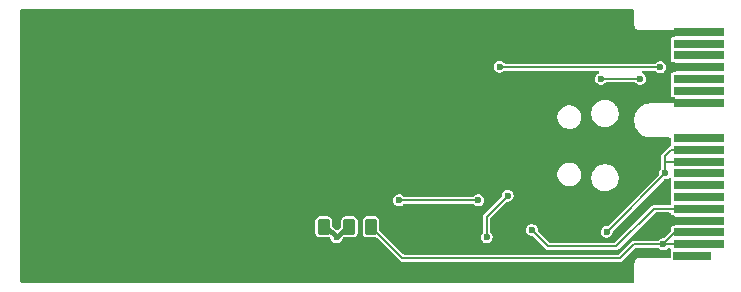
<source format=gbr>
%TF.GenerationSoftware,KiCad,Pcbnew,8.0.3*%
%TF.CreationDate,2024-06-27T21:13:00-04:00*%
%TF.ProjectId,pi-pico-mgmt-module,70692d70-6963-46f2-9d6d-676d742d6d6f,rev?*%
%TF.SameCoordinates,Original*%
%TF.FileFunction,Copper,L2,Bot*%
%TF.FilePolarity,Positive*%
%FSLAX46Y46*%
G04 Gerber Fmt 4.6, Leading zero omitted, Abs format (unit mm)*
G04 Created by KiCad (PCBNEW 8.0.3) date 2024-06-27 21:13:00*
%MOMM*%
%LPD*%
G01*
G04 APERTURE LIST*
G04 Aperture macros list*
%AMRoundRect*
0 Rectangle with rounded corners*
0 $1 Rounding radius*
0 $2 $3 $4 $5 $6 $7 $8 $9 X,Y pos of 4 corners*
0 Add a 4 corners polygon primitive as box body*
4,1,4,$2,$3,$4,$5,$6,$7,$8,$9,$2,$3,0*
0 Add four circle primitives for the rounded corners*
1,1,$1+$1,$2,$3*
1,1,$1+$1,$4,$5*
1,1,$1+$1,$6,$7*
1,1,$1+$1,$8,$9*
0 Add four rect primitives between the rounded corners*
20,1,$1+$1,$2,$3,$4,$5,0*
20,1,$1+$1,$4,$5,$6,$7,0*
20,1,$1+$1,$6,$7,$8,$9,0*
20,1,$1+$1,$8,$9,$2,$3,0*%
G04 Aperture macros list end*
%TA.AperFunction,ConnectorPad*%
%ADD10R,3.200000X0.700000*%
%TD*%
%TA.AperFunction,ConnectorPad*%
%ADD11R,4.300000X0.700000*%
%TD*%
%TA.AperFunction,SMDPad,CuDef*%
%ADD12RoundRect,0.250000X0.262500X0.450000X-0.262500X0.450000X-0.262500X-0.450000X0.262500X-0.450000X0*%
%TD*%
%TA.AperFunction,ViaPad*%
%ADD13C,0.600000*%
%TD*%
%TA.AperFunction,Conductor*%
%ADD14C,0.200000*%
%TD*%
%TA.AperFunction,Conductor*%
%ADD15C,0.400000*%
%TD*%
G04 APERTURE END LIST*
D10*
%TO.P,J1,A1,~{PRSNT1}*%
%TO.N,unconnected-(J1-~{PRSNT1}-PadA1)*%
X57400000Y-21390000D03*
D11*
%TO.P,J1,A2,+12V*%
%TO.N,VIN*%
X57950000Y-20390000D03*
%TO.P,J1,A3,+12V*%
X57950000Y-19390000D03*
%TO.P,J1,A4,GND*%
%TO.N,GND*%
X57950000Y-18390000D03*
%TO.P,J1,A5,JTAG2*%
%TO.N,OVERLOAD*%
X57950000Y-17390000D03*
%TO.P,J1,A6,JTAG3*%
%TO.N,unconnected-(J1-JTAG3-PadA6)*%
X57950000Y-16390000D03*
%TO.P,J1,A7,JTAG4*%
%TO.N,unconnected-(J1-JTAG4-PadA7)*%
X57950000Y-15390000D03*
%TO.P,J1,A8,JTAG5*%
%TO.N,unconnected-(J1-JTAG5-PadA8)*%
X57950000Y-14390000D03*
%TO.P,J1,A9,+3.3V*%
%TO.N,+5V*%
X57950000Y-13390000D03*
%TO.P,J1,A10,+3.3V*%
X57950000Y-12390000D03*
%TO.P,J1,A11,~{PERST}*%
%TO.N,unconnected-(J1-~{PERST}-PadA11)*%
X57950000Y-11390000D03*
%TO.P,J1,A12,GND*%
%TO.N,GND*%
X57950000Y-8390000D03*
%TO.P,J1,A13,REFCLK+*%
%TO.N,unconnected-(J1-REFCLK+-PadA13)*%
X57950000Y-7390000D03*
%TO.P,J1,A14,REFCLK-*%
%TO.N,unconnected-(J1-REFCLK--PadA14)*%
X57950000Y-6390000D03*
%TO.P,J1,A15,GND*%
%TO.N,GND*%
X57950000Y-5390000D03*
%TO.P,J1,A16,PERp0*%
%TO.N,unconnected-(J1-PERp0-PadA16)*%
X57950000Y-4390000D03*
%TO.P,J1,A17,PERn0*%
%TO.N,unconnected-(J1-PERn0-PadA17)*%
X57950000Y-3390000D03*
%TO.P,J1,A18,GND*%
%TO.N,GND*%
X57950000Y-2390000D03*
%TD*%
D12*
%TO.P,R1,1*%
%TO.N,VIN*%
X30212500Y-18900000D03*
%TO.P,R1,2*%
%TO.N,Net-(U1-GPIO26_ADC0)*%
X28387500Y-18900000D03*
%TD*%
%TO.P,R2,1*%
%TO.N,Net-(U1-GPIO26_ADC0)*%
X26212500Y-18900000D03*
%TO.P,R2,2*%
%TO.N,GND*%
X24387500Y-18900000D03*
%TD*%
D13*
%TO.N,I2C_RESET*%
X39300000Y-16670000D03*
X32590000Y-16670000D03*
%TO.N,+5V*%
X55110000Y-14390000D03*
X50160000Y-19340000D03*
%TO.N,SCL*%
X49690000Y-6390000D03*
X53000000Y-6390000D03*
%TO.N,VIN*%
X54960000Y-20390000D03*
%TO.N,GND*%
X10000000Y-17000000D03*
X51170000Y-4740000D03*
X40000000Y-8000000D03*
X10000000Y-7000000D03*
X55100000Y-18400000D03*
X40000000Y-16000000D03*
X55100000Y-15600000D03*
X52360000Y-7130000D03*
%TO.N,I2C_A2*%
X54700000Y-5400000D03*
X41100000Y-5350000D03*
%TO.N,VDD*%
X40000000Y-19780000D03*
X41780000Y-16270000D03*
%TO.N,OVERLOAD*%
X43830000Y-19180000D03*
%TO.N,Net-(U1-GPIO26_ADC0)*%
X27300000Y-19800000D03*
%TD*%
D14*
%TO.N,I2C_RESET*%
X32590000Y-16670000D02*
X39300000Y-16670000D01*
%TO.N,+5V*%
X55110000Y-12890000D02*
X55110000Y-14390000D01*
X55610000Y-12390000D02*
X55110000Y-12890000D01*
X50160000Y-19340000D02*
X55110000Y-14390000D01*
X55110000Y-13390000D02*
X55110000Y-14390000D01*
X57950000Y-13390000D02*
X55110000Y-13390000D01*
X57950000Y-12390000D02*
X55610000Y-12390000D01*
%TO.N,SCL*%
X53000000Y-6390000D02*
X49690000Y-6390000D01*
%TO.N,VIN*%
X32872500Y-21560000D02*
X30212500Y-18900000D01*
X54960000Y-20390000D02*
X55960000Y-19390000D01*
X54960000Y-20390000D02*
X52480000Y-20390000D01*
X55960000Y-19390000D02*
X57950000Y-19390000D01*
X52480000Y-20390000D02*
X51310000Y-21560000D01*
X57950000Y-20390000D02*
X54960000Y-20390000D01*
X51310000Y-21560000D02*
X32872500Y-21560000D01*
%TO.N,I2C_A2*%
X41100000Y-5350000D02*
X41150000Y-5400000D01*
X41150000Y-5400000D02*
X54700000Y-5400000D01*
%TO.N,VDD*%
X40000000Y-18050000D02*
X41780000Y-16270000D01*
X40000000Y-19780000D02*
X40000000Y-18050000D01*
%TO.N,OVERLOAD*%
X50980000Y-20570000D02*
X54160000Y-17390000D01*
X45220000Y-20570000D02*
X50980000Y-20570000D01*
X43830000Y-19180000D02*
X45220000Y-20570000D01*
X54160000Y-17390000D02*
X57950000Y-17390000D01*
D15*
%TO.N,Net-(U1-GPIO26_ADC0)*%
X28387500Y-18900000D02*
X28200000Y-18900000D01*
X26212500Y-18900000D02*
X26400000Y-18900000D01*
X26400000Y-18900000D02*
X27300000Y-19800000D01*
X28200000Y-18900000D02*
X27300000Y-19800000D01*
%TD*%
%TA.AperFunction,Conductor*%
%TO.N,GND*%
G36*
X52442539Y-520185D02*
G01*
X52488294Y-572989D01*
X52499500Y-624500D01*
X52499500Y-1805891D01*
X52533608Y-1933187D01*
X52566554Y-1990250D01*
X52599500Y-2047314D01*
X52692686Y-2140500D01*
X52806814Y-2206392D01*
X52934108Y-2240500D01*
X52934110Y-2240500D01*
X55876000Y-2240500D01*
X55943039Y-2260185D01*
X55988794Y-2312989D01*
X56000000Y-2364500D01*
X56000000Y-2715500D01*
X55980315Y-2782539D01*
X55927511Y-2828294D01*
X55876000Y-2839500D01*
X55780247Y-2839500D01*
X55721770Y-2851131D01*
X55721769Y-2851132D01*
X55655447Y-2895447D01*
X55611132Y-2961769D01*
X55611131Y-2961770D01*
X55599500Y-3020247D01*
X55599500Y-3759752D01*
X55611131Y-3818229D01*
X55611132Y-3818231D01*
X55613058Y-3821113D01*
X55615322Y-3828344D01*
X55615806Y-3829513D01*
X55615701Y-3829556D01*
X55633933Y-3887791D01*
X55615446Y-3955171D01*
X55613058Y-3958887D01*
X55611132Y-3961768D01*
X55611131Y-3961770D01*
X55599500Y-4020247D01*
X55599500Y-4759752D01*
X55611131Y-4818229D01*
X55611132Y-4818230D01*
X55655447Y-4884552D01*
X55721769Y-4928867D01*
X55721770Y-4928868D01*
X55780247Y-4940499D01*
X55780250Y-4940500D01*
X55876000Y-4940500D01*
X55943039Y-4960185D01*
X55988794Y-5012989D01*
X56000000Y-5064500D01*
X56000000Y-5715500D01*
X55980315Y-5782539D01*
X55927511Y-5828294D01*
X55876000Y-5839500D01*
X55780247Y-5839500D01*
X55721770Y-5851131D01*
X55721769Y-5851132D01*
X55655447Y-5895447D01*
X55611132Y-5961769D01*
X55611131Y-5961770D01*
X55599500Y-6020247D01*
X55599500Y-6759752D01*
X55611131Y-6818229D01*
X55611132Y-6818231D01*
X55613058Y-6821113D01*
X55615322Y-6828344D01*
X55615806Y-6829513D01*
X55615701Y-6829556D01*
X55633933Y-6887791D01*
X55615446Y-6955171D01*
X55613058Y-6958887D01*
X55611132Y-6961768D01*
X55611131Y-6961770D01*
X55599500Y-7020247D01*
X55599500Y-7759752D01*
X55611131Y-7818229D01*
X55611132Y-7818230D01*
X55655447Y-7884552D01*
X55721769Y-7928867D01*
X55721770Y-7928868D01*
X55780247Y-7940499D01*
X55780250Y-7940500D01*
X55876000Y-7940500D01*
X55943039Y-7960185D01*
X55988794Y-8012989D01*
X56000000Y-8064500D01*
X56000000Y-8315500D01*
X55980315Y-8382539D01*
X55927511Y-8428294D01*
X55876000Y-8439500D01*
X53835838Y-8439500D01*
X53610339Y-8475215D01*
X53393196Y-8545770D01*
X53189771Y-8649421D01*
X53005061Y-8783622D01*
X52843622Y-8945061D01*
X52709421Y-9129771D01*
X52605770Y-9333196D01*
X52535215Y-9550339D01*
X52499500Y-9775837D01*
X52499500Y-10004162D01*
X52535215Y-10229660D01*
X52605770Y-10446803D01*
X52672136Y-10577052D01*
X52709421Y-10650228D01*
X52843621Y-10834937D01*
X53005063Y-10996379D01*
X53189772Y-11130579D01*
X53285884Y-11179550D01*
X53393196Y-11234229D01*
X53393198Y-11234229D01*
X53393201Y-11234231D01*
X53509592Y-11272049D01*
X53610339Y-11304784D01*
X53835838Y-11340500D01*
X53835843Y-11340500D01*
X53884108Y-11340500D01*
X55475500Y-11340500D01*
X55542539Y-11360185D01*
X55588294Y-11412989D01*
X55599500Y-11464500D01*
X55599500Y-11759752D01*
X55611131Y-11818229D01*
X55611132Y-11818231D01*
X55613058Y-11821113D01*
X55615322Y-11828344D01*
X55615806Y-11829513D01*
X55615701Y-11829556D01*
X55633933Y-11887791D01*
X55615446Y-11955171D01*
X55613058Y-11958887D01*
X55611132Y-11961768D01*
X55611132Y-11961769D01*
X55601628Y-12009548D01*
X55569242Y-12071458D01*
X55512107Y-12105129D01*
X55494012Y-12109977D01*
X55425489Y-12149540D01*
X55425486Y-12149542D01*
X54869541Y-12705487D01*
X54869535Y-12705495D01*
X54829982Y-12774004D01*
X54829979Y-12774009D01*
X54809500Y-12850439D01*
X54809500Y-13926260D01*
X54789815Y-13993299D01*
X54779213Y-14007462D01*
X54684625Y-14116622D01*
X54684622Y-14116628D01*
X54624834Y-14247543D01*
X54604353Y-14390000D01*
X54604353Y-14390001D01*
X54605661Y-14399103D01*
X54595713Y-14468261D01*
X54570603Y-14504424D01*
X50271847Y-18803181D01*
X50210524Y-18836666D01*
X50184166Y-18839500D01*
X50088036Y-18839500D01*
X49949949Y-18880045D01*
X49828873Y-18957856D01*
X49734623Y-19066626D01*
X49734622Y-19066628D01*
X49674834Y-19197543D01*
X49654353Y-19340000D01*
X49674834Y-19482456D01*
X49711227Y-19562143D01*
X49734623Y-19613373D01*
X49828872Y-19722143D01*
X49949947Y-19799953D01*
X49949950Y-19799954D01*
X49949949Y-19799954D01*
X50088036Y-19840499D01*
X50088038Y-19840500D01*
X50088039Y-19840500D01*
X50231962Y-19840500D01*
X50231962Y-19840499D01*
X50370053Y-19799953D01*
X50491128Y-19722143D01*
X50585377Y-19613373D01*
X50645165Y-19482457D01*
X50665647Y-19340000D01*
X50664339Y-19330905D01*
X50674279Y-19261749D01*
X50699392Y-19225577D01*
X54998151Y-14926819D01*
X55059474Y-14893334D01*
X55085832Y-14890500D01*
X55181962Y-14890500D01*
X55181962Y-14890499D01*
X55320050Y-14849954D01*
X55320051Y-14849954D01*
X55320053Y-14849953D01*
X55436048Y-14775407D01*
X55503087Y-14755723D01*
X55570126Y-14775407D01*
X55606193Y-14810838D01*
X55613059Y-14821115D01*
X55633933Y-14887794D01*
X55615445Y-14955173D01*
X55613058Y-14958887D01*
X55611132Y-14961768D01*
X55611131Y-14961770D01*
X55599500Y-15020247D01*
X55599500Y-15759752D01*
X55611131Y-15818229D01*
X55611132Y-15818231D01*
X55613058Y-15821113D01*
X55615322Y-15828344D01*
X55615806Y-15829513D01*
X55615701Y-15829556D01*
X55633933Y-15887791D01*
X55615446Y-15955171D01*
X55613058Y-15958887D01*
X55611132Y-15961768D01*
X55611131Y-15961770D01*
X55599500Y-16020247D01*
X55599500Y-16759752D01*
X55611131Y-16818229D01*
X55611132Y-16818231D01*
X55613058Y-16821113D01*
X55615322Y-16828344D01*
X55615806Y-16829513D01*
X55615701Y-16829556D01*
X55633933Y-16887791D01*
X55615446Y-16955171D01*
X55613058Y-16958887D01*
X55611132Y-16961768D01*
X55611132Y-16961770D01*
X55605578Y-16989692D01*
X55573193Y-17051603D01*
X55512477Y-17086177D01*
X55483961Y-17089500D01*
X54120438Y-17089500D01*
X54073663Y-17102033D01*
X54044006Y-17109980D01*
X54044005Y-17109981D01*
X54009416Y-17129952D01*
X54009415Y-17129953D01*
X53999335Y-17135772D01*
X53975489Y-17149539D01*
X53975487Y-17149541D01*
X50891848Y-20233181D01*
X50830525Y-20266666D01*
X50804167Y-20269500D01*
X45395833Y-20269500D01*
X45328794Y-20249815D01*
X45308152Y-20233181D01*
X44369395Y-19294424D01*
X44335910Y-19233101D01*
X44334339Y-19189094D01*
X44335647Y-19180000D01*
X44315165Y-19037543D01*
X44255377Y-18906627D01*
X44161128Y-18797857D01*
X44040053Y-18720047D01*
X44040051Y-18720046D01*
X44040049Y-18720045D01*
X44040050Y-18720045D01*
X43901963Y-18679500D01*
X43901961Y-18679500D01*
X43758039Y-18679500D01*
X43758036Y-18679500D01*
X43619949Y-18720045D01*
X43498873Y-18797856D01*
X43404623Y-18906626D01*
X43404622Y-18906628D01*
X43344834Y-19037543D01*
X43324353Y-19180000D01*
X43344834Y-19322456D01*
X43396095Y-19434699D01*
X43404623Y-19453373D01*
X43498872Y-19562143D01*
X43619947Y-19639953D01*
X43619950Y-19639954D01*
X43619949Y-19639954D01*
X43727107Y-19671417D01*
X43755280Y-19679690D01*
X43758036Y-19680499D01*
X43758038Y-19680500D01*
X43854167Y-19680500D01*
X43921206Y-19700185D01*
X43941848Y-19716819D01*
X44979540Y-20754511D01*
X45035489Y-20810460D01*
X45035491Y-20810461D01*
X45035495Y-20810464D01*
X45068564Y-20829556D01*
X45104011Y-20850021D01*
X45180438Y-20870500D01*
X45180440Y-20870500D01*
X51019560Y-20870500D01*
X51019562Y-20870500D01*
X51095989Y-20850021D01*
X51164511Y-20810460D01*
X51220460Y-20754511D01*
X54248152Y-17726819D01*
X54309475Y-17693334D01*
X54335833Y-17690500D01*
X55483961Y-17690500D01*
X55551000Y-17710185D01*
X55596755Y-17762989D01*
X55605578Y-17790308D01*
X55611132Y-17818229D01*
X55611132Y-17818230D01*
X55655447Y-17884552D01*
X55721769Y-17928867D01*
X55721770Y-17928868D01*
X55780247Y-17940499D01*
X55780250Y-17940500D01*
X55876000Y-17940500D01*
X55943039Y-17960185D01*
X55988794Y-18012989D01*
X56000000Y-18064500D01*
X56000000Y-18715500D01*
X55980315Y-18782539D01*
X55927511Y-18828294D01*
X55876000Y-18839500D01*
X55780247Y-18839500D01*
X55721770Y-18851131D01*
X55721769Y-18851132D01*
X55655447Y-18895447D01*
X55611132Y-18961769D01*
X55611131Y-18961770D01*
X55599500Y-19020247D01*
X55599500Y-19274166D01*
X55579815Y-19341205D01*
X55563181Y-19361847D01*
X55071847Y-19853181D01*
X55010524Y-19886666D01*
X54984166Y-19889500D01*
X54888036Y-19889500D01*
X54749949Y-19930045D01*
X54628873Y-20007856D01*
X54595212Y-20046703D01*
X54536433Y-20084477D01*
X54501499Y-20089500D01*
X52440438Y-20089500D01*
X52389486Y-20103152D01*
X52364010Y-20109979D01*
X52345823Y-20120480D01*
X52345822Y-20120480D01*
X52295492Y-20149537D01*
X52295487Y-20149541D01*
X51221848Y-21223181D01*
X51160525Y-21256666D01*
X51134167Y-21259500D01*
X33048333Y-21259500D01*
X32981294Y-21239815D01*
X32960652Y-21223181D01*
X31517471Y-19780000D01*
X39494353Y-19780000D01*
X39514834Y-19922456D01*
X39532788Y-19961769D01*
X39574623Y-20053373D01*
X39668872Y-20162143D01*
X39789947Y-20239953D01*
X39789950Y-20239954D01*
X39789949Y-20239954D01*
X39928036Y-20280499D01*
X39928038Y-20280500D01*
X39928039Y-20280500D01*
X40071962Y-20280500D01*
X40071962Y-20280499D01*
X40210053Y-20239953D01*
X40331128Y-20162143D01*
X40425377Y-20053373D01*
X40485165Y-19922457D01*
X40505647Y-19780000D01*
X40485165Y-19637543D01*
X40425377Y-19506627D01*
X40425375Y-19506625D01*
X40425374Y-19506622D01*
X40330787Y-19397462D01*
X40301762Y-19333906D01*
X40300500Y-19316260D01*
X40300500Y-18225832D01*
X40320185Y-18158793D01*
X40336814Y-18138156D01*
X41668151Y-16806818D01*
X41729474Y-16773334D01*
X41755832Y-16770500D01*
X41851962Y-16770500D01*
X41851962Y-16770499D01*
X41990053Y-16729953D01*
X42111128Y-16652143D01*
X42205377Y-16543373D01*
X42265165Y-16412457D01*
X42285647Y-16270000D01*
X42265165Y-16127543D01*
X42205377Y-15996627D01*
X42111128Y-15887857D01*
X41990053Y-15810047D01*
X41990051Y-15810046D01*
X41990049Y-15810045D01*
X41990050Y-15810045D01*
X41851963Y-15769500D01*
X41851961Y-15769500D01*
X41708039Y-15769500D01*
X41708036Y-15769500D01*
X41569949Y-15810045D01*
X41448873Y-15887856D01*
X41354623Y-15996626D01*
X41354622Y-15996628D01*
X41294834Y-16127543D01*
X41274353Y-16270000D01*
X41274353Y-16270001D01*
X41275661Y-16279103D01*
X41265713Y-16348261D01*
X41240603Y-16384424D01*
X39815489Y-17809540D01*
X39759541Y-17865487D01*
X39759535Y-17865495D01*
X39719982Y-17934004D01*
X39719979Y-17934009D01*
X39706326Y-17984962D01*
X39701667Y-18002353D01*
X39699500Y-18010439D01*
X39699500Y-19316260D01*
X39679815Y-19383299D01*
X39669213Y-19397462D01*
X39574625Y-19506622D01*
X39574622Y-19506628D01*
X39514834Y-19637543D01*
X39494353Y-19780000D01*
X31517471Y-19780000D01*
X30961819Y-19224348D01*
X30928334Y-19163025D01*
X30925500Y-19136667D01*
X30925500Y-18395730D01*
X30922646Y-18365300D01*
X30922646Y-18365298D01*
X30877793Y-18237119D01*
X30877792Y-18237117D01*
X30797150Y-18127850D01*
X30687882Y-18047207D01*
X30687880Y-18047206D01*
X30559700Y-18002353D01*
X30529270Y-17999500D01*
X30529266Y-17999500D01*
X29895734Y-17999500D01*
X29895730Y-17999500D01*
X29865300Y-18002353D01*
X29865298Y-18002353D01*
X29737119Y-18047206D01*
X29737117Y-18047207D01*
X29627850Y-18127850D01*
X29547207Y-18237117D01*
X29547206Y-18237119D01*
X29502353Y-18365298D01*
X29502353Y-18365300D01*
X29499500Y-18395730D01*
X29499500Y-19404269D01*
X29502353Y-19434699D01*
X29502353Y-19434701D01*
X29546948Y-19562143D01*
X29547207Y-19562882D01*
X29627850Y-19672150D01*
X29737118Y-19752793D01*
X29772350Y-19765121D01*
X29865299Y-19797646D01*
X29895730Y-19800500D01*
X29895734Y-19800500D01*
X30529270Y-19800500D01*
X30553612Y-19798216D01*
X30559699Y-19797646D01*
X30579107Y-19790855D01*
X30648886Y-19787292D01*
X30707744Y-19820215D01*
X32632040Y-21744511D01*
X32687989Y-21800460D01*
X32687991Y-21800461D01*
X32687995Y-21800464D01*
X32756504Y-21840017D01*
X32756511Y-21840021D01*
X32832938Y-21860500D01*
X32832940Y-21860500D01*
X51349560Y-21860500D01*
X51349562Y-21860500D01*
X51425989Y-21840021D01*
X51494511Y-21800460D01*
X51550460Y-21744511D01*
X52568152Y-20726819D01*
X52629475Y-20693334D01*
X52655833Y-20690500D01*
X54501499Y-20690500D01*
X54568538Y-20710185D01*
X54595211Y-20733296D01*
X54628872Y-20772143D01*
X54749947Y-20849953D01*
X54749950Y-20849954D01*
X54749949Y-20849954D01*
X54819924Y-20870500D01*
X54886336Y-20890000D01*
X54888036Y-20890499D01*
X54888038Y-20890500D01*
X54888039Y-20890500D01*
X55031962Y-20890500D01*
X55031962Y-20890499D01*
X55139121Y-20859035D01*
X55170050Y-20849954D01*
X55170050Y-20849953D01*
X55170053Y-20849953D01*
X55291128Y-20772143D01*
X55324788Y-20733296D01*
X55383567Y-20695523D01*
X55418501Y-20690500D01*
X55483961Y-20690500D01*
X55551000Y-20710185D01*
X55596755Y-20762989D01*
X55605578Y-20790308D01*
X55611132Y-20818229D01*
X55611132Y-20818231D01*
X55613058Y-20821113D01*
X55615322Y-20828344D01*
X55615806Y-20829513D01*
X55615701Y-20829556D01*
X55633933Y-20887791D01*
X55615446Y-20955171D01*
X55613058Y-20958887D01*
X55611132Y-20961768D01*
X55611131Y-20961770D01*
X55599500Y-21020247D01*
X55599500Y-21415500D01*
X55579815Y-21482539D01*
X55527011Y-21528294D01*
X55475500Y-21539500D01*
X52934108Y-21539500D01*
X52806812Y-21573608D01*
X52692686Y-21639500D01*
X52692683Y-21639502D01*
X52599502Y-21732683D01*
X52599500Y-21732686D01*
X52533608Y-21846812D01*
X52499500Y-21974108D01*
X52499500Y-23515500D01*
X52479815Y-23582539D01*
X52427011Y-23628294D01*
X52375500Y-23639500D01*
X624500Y-23639500D01*
X557461Y-23619815D01*
X511706Y-23567011D01*
X500500Y-23515500D01*
X500500Y-18395730D01*
X25499500Y-18395730D01*
X25499500Y-19404269D01*
X25502353Y-19434699D01*
X25502353Y-19434701D01*
X25546948Y-19562143D01*
X25547207Y-19562882D01*
X25627850Y-19672150D01*
X25737118Y-19752793D01*
X25772350Y-19765121D01*
X25865299Y-19797646D01*
X25895730Y-19800500D01*
X25895734Y-19800500D01*
X26529270Y-19800500D01*
X26559699Y-19797646D01*
X26559701Y-19797646D01*
X26613242Y-19778911D01*
X26683021Y-19775348D01*
X26741878Y-19808271D01*
X26775369Y-19841762D01*
X26808854Y-19903085D01*
X26810426Y-19911795D01*
X26814834Y-19942453D01*
X26814835Y-19942458D01*
X26850363Y-20020252D01*
X26874623Y-20073373D01*
X26968872Y-20182143D01*
X27089947Y-20259953D01*
X27089950Y-20259954D01*
X27089949Y-20259954D01*
X27228036Y-20300499D01*
X27228038Y-20300500D01*
X27228039Y-20300500D01*
X27371962Y-20300500D01*
X27371962Y-20300499D01*
X27510053Y-20259953D01*
X27631128Y-20182143D01*
X27725377Y-20073373D01*
X27785165Y-19942457D01*
X27789573Y-19911797D01*
X27818597Y-19848241D01*
X27824616Y-19841775D01*
X27858122Y-19808269D01*
X27919443Y-19774786D01*
X27986755Y-19778910D01*
X28010711Y-19787292D01*
X28040301Y-19797646D01*
X28040300Y-19797646D01*
X28070730Y-19800500D01*
X28070734Y-19800500D01*
X28704270Y-19800500D01*
X28734699Y-19797646D01*
X28734701Y-19797646D01*
X28827650Y-19765121D01*
X28862882Y-19752793D01*
X28972150Y-19672150D01*
X29052793Y-19562882D01*
X29091112Y-19453373D01*
X29097646Y-19434701D01*
X29097646Y-19434699D01*
X29100500Y-19404269D01*
X29100500Y-18395730D01*
X29097646Y-18365300D01*
X29097646Y-18365298D01*
X29052793Y-18237119D01*
X29052792Y-18237117D01*
X28972150Y-18127850D01*
X28862882Y-18047207D01*
X28862880Y-18047206D01*
X28734700Y-18002353D01*
X28704270Y-17999500D01*
X28704266Y-17999500D01*
X28070734Y-17999500D01*
X28070730Y-17999500D01*
X28040300Y-18002353D01*
X28040298Y-18002353D01*
X27912119Y-18047206D01*
X27912117Y-18047207D01*
X27802850Y-18127850D01*
X27722207Y-18237117D01*
X27722206Y-18237119D01*
X27677353Y-18365298D01*
X27677353Y-18365300D01*
X27674500Y-18395730D01*
X27674500Y-18807745D01*
X27654815Y-18874784D01*
X27638181Y-18895426D01*
X27387681Y-19145926D01*
X27326358Y-19179411D01*
X27256666Y-19174427D01*
X27212319Y-19145926D01*
X26961819Y-18895426D01*
X26928334Y-18834103D01*
X26925500Y-18807745D01*
X26925500Y-18395730D01*
X26922646Y-18365300D01*
X26922646Y-18365298D01*
X26877793Y-18237119D01*
X26877792Y-18237117D01*
X26797150Y-18127850D01*
X26687882Y-18047207D01*
X26687880Y-18047206D01*
X26559700Y-18002353D01*
X26529270Y-17999500D01*
X26529266Y-17999500D01*
X25895734Y-17999500D01*
X25895730Y-17999500D01*
X25865300Y-18002353D01*
X25865298Y-18002353D01*
X25737119Y-18047206D01*
X25737117Y-18047207D01*
X25627850Y-18127850D01*
X25547207Y-18237117D01*
X25547206Y-18237119D01*
X25502353Y-18365298D01*
X25502353Y-18365300D01*
X25499500Y-18395730D01*
X500500Y-18395730D01*
X500500Y-16670000D01*
X32084353Y-16670000D01*
X32104834Y-16812456D01*
X32137760Y-16884552D01*
X32164623Y-16943373D01*
X32258872Y-17052143D01*
X32379947Y-17129953D01*
X32379949Y-17129954D01*
X32518036Y-17170499D01*
X32518038Y-17170500D01*
X32518039Y-17170500D01*
X32661962Y-17170500D01*
X32661962Y-17170499D01*
X32800053Y-17129953D01*
X32921128Y-17052143D01*
X32954788Y-17013296D01*
X33013567Y-16975523D01*
X33048501Y-16970500D01*
X38841499Y-16970500D01*
X38908538Y-16990185D01*
X38935211Y-17013296D01*
X38968872Y-17052143D01*
X39089947Y-17129953D01*
X39089949Y-17129954D01*
X39228036Y-17170499D01*
X39228038Y-17170500D01*
X39228039Y-17170500D01*
X39371962Y-17170500D01*
X39371962Y-17170499D01*
X39510053Y-17129953D01*
X39631128Y-17052143D01*
X39725377Y-16943373D01*
X39785165Y-16812457D01*
X39805647Y-16670000D01*
X39785165Y-16527543D01*
X39725377Y-16396627D01*
X39631128Y-16287857D01*
X39510053Y-16210047D01*
X39510051Y-16210046D01*
X39510049Y-16210045D01*
X39510050Y-16210045D01*
X39371963Y-16169500D01*
X39371961Y-16169500D01*
X39228039Y-16169500D01*
X39228036Y-16169500D01*
X39089949Y-16210045D01*
X38968873Y-16287856D01*
X38935212Y-16326703D01*
X38876433Y-16364477D01*
X38841499Y-16369500D01*
X33048501Y-16369500D01*
X32981462Y-16349815D01*
X32954788Y-16326703D01*
X32921128Y-16287857D01*
X32800053Y-16210047D01*
X32800051Y-16210046D01*
X32800049Y-16210045D01*
X32800050Y-16210045D01*
X32661963Y-16169500D01*
X32661961Y-16169500D01*
X32518039Y-16169500D01*
X32518036Y-16169500D01*
X32379949Y-16210045D01*
X32258873Y-16287856D01*
X32164623Y-16396626D01*
X32164622Y-16396628D01*
X32104834Y-16527543D01*
X32084353Y-16670000D01*
X500500Y-16670000D01*
X500500Y-14563543D01*
X45999499Y-14563543D01*
X46037947Y-14756829D01*
X46037950Y-14756839D01*
X46113364Y-14938907D01*
X46113371Y-14938920D01*
X46222860Y-15102781D01*
X46222863Y-15102785D01*
X46362214Y-15242136D01*
X46362218Y-15242139D01*
X46526079Y-15351628D01*
X46526092Y-15351635D01*
X46708160Y-15427049D01*
X46708165Y-15427051D01*
X46708169Y-15427051D01*
X46708170Y-15427052D01*
X46901456Y-15465500D01*
X46901459Y-15465500D01*
X47098543Y-15465500D01*
X47228582Y-15439632D01*
X47291835Y-15427051D01*
X47473914Y-15351632D01*
X47637782Y-15242139D01*
X47777139Y-15102782D01*
X47886632Y-14938914D01*
X47962051Y-14756835D01*
X47978439Y-14674448D01*
X48879500Y-14674448D01*
X48879500Y-14855551D01*
X48907829Y-15034410D01*
X48963787Y-15206636D01*
X48963788Y-15206639D01*
X49046006Y-15367997D01*
X49152441Y-15514494D01*
X49152445Y-15514499D01*
X49280500Y-15642554D01*
X49280505Y-15642558D01*
X49408287Y-15735396D01*
X49427006Y-15748996D01*
X49532484Y-15802740D01*
X49588360Y-15831211D01*
X49588363Y-15831212D01*
X49674476Y-15859191D01*
X49760591Y-15887171D01*
X49843429Y-15900291D01*
X49939449Y-15915500D01*
X49939454Y-15915500D01*
X50120551Y-15915500D01*
X50207259Y-15901765D01*
X50299409Y-15887171D01*
X50471639Y-15831211D01*
X50632994Y-15748996D01*
X50779501Y-15642553D01*
X50907553Y-15514501D01*
X51013996Y-15367994D01*
X51096211Y-15206639D01*
X51152171Y-15034409D01*
X51169212Y-14926819D01*
X51180500Y-14855551D01*
X51180500Y-14674448D01*
X51158010Y-14532457D01*
X51152171Y-14495591D01*
X51096211Y-14323361D01*
X51096211Y-14323360D01*
X51067740Y-14267484D01*
X51013996Y-14162006D01*
X50981027Y-14116628D01*
X50907558Y-14015505D01*
X50907554Y-14015500D01*
X50779499Y-13887445D01*
X50779494Y-13887441D01*
X50632997Y-13781006D01*
X50632996Y-13781005D01*
X50632994Y-13781004D01*
X50581300Y-13754664D01*
X50471639Y-13698788D01*
X50471636Y-13698787D01*
X50299410Y-13642829D01*
X50120551Y-13614500D01*
X50120546Y-13614500D01*
X49939454Y-13614500D01*
X49939449Y-13614500D01*
X49760589Y-13642829D01*
X49588363Y-13698787D01*
X49588360Y-13698788D01*
X49427002Y-13781006D01*
X49280505Y-13887441D01*
X49280500Y-13887445D01*
X49152445Y-14015500D01*
X49152441Y-14015505D01*
X49046006Y-14162002D01*
X48963788Y-14323360D01*
X48963787Y-14323363D01*
X48907829Y-14495589D01*
X48879500Y-14674448D01*
X47978439Y-14674448D01*
X48000500Y-14563541D01*
X48000500Y-14366459D01*
X48000500Y-14366456D01*
X47962052Y-14173170D01*
X47962051Y-14173169D01*
X47962051Y-14173165D01*
X47938633Y-14116628D01*
X47886635Y-13991092D01*
X47886628Y-13991079D01*
X47777139Y-13827218D01*
X47777136Y-13827214D01*
X47637785Y-13687863D01*
X47637781Y-13687860D01*
X47473920Y-13578371D01*
X47473907Y-13578364D01*
X47291839Y-13502950D01*
X47291829Y-13502947D01*
X47098543Y-13464500D01*
X47098541Y-13464500D01*
X46901459Y-13464500D01*
X46901457Y-13464500D01*
X46708170Y-13502947D01*
X46708160Y-13502950D01*
X46526092Y-13578364D01*
X46526079Y-13578371D01*
X46362218Y-13687860D01*
X46362214Y-13687863D01*
X46222863Y-13827214D01*
X46222860Y-13827218D01*
X46113371Y-13991079D01*
X46113364Y-13991092D01*
X46037950Y-14173160D01*
X46037947Y-14173170D01*
X45999500Y-14366456D01*
X45999500Y-14366459D01*
X45999500Y-14563541D01*
X45999500Y-14563543D01*
X45999499Y-14563543D01*
X500500Y-14563543D01*
X500500Y-9713543D01*
X45999499Y-9713543D01*
X46037947Y-9906829D01*
X46037950Y-9906839D01*
X46113364Y-10088907D01*
X46113371Y-10088920D01*
X46222860Y-10252781D01*
X46222863Y-10252785D01*
X46362214Y-10392136D01*
X46362218Y-10392139D01*
X46526079Y-10501628D01*
X46526092Y-10501635D01*
X46708160Y-10577049D01*
X46708165Y-10577051D01*
X46708169Y-10577051D01*
X46708170Y-10577052D01*
X46901456Y-10615500D01*
X46901459Y-10615500D01*
X47098543Y-10615500D01*
X47228582Y-10589632D01*
X47291835Y-10577051D01*
X47473914Y-10501632D01*
X47637782Y-10392139D01*
X47777139Y-10252782D01*
X47886632Y-10088914D01*
X47962051Y-9906835D01*
X47988107Y-9775843D01*
X48000500Y-9713543D01*
X48000500Y-9516456D01*
X47962052Y-9323170D01*
X47962051Y-9323169D01*
X47962051Y-9323165D01*
X47921164Y-9224454D01*
X47921162Y-9224448D01*
X48879500Y-9224448D01*
X48879500Y-9405551D01*
X48907829Y-9584410D01*
X48963787Y-9756636D01*
X48963788Y-9756639D01*
X49019664Y-9866300D01*
X49040320Y-9906839D01*
X49046006Y-9917997D01*
X49152441Y-10064494D01*
X49152445Y-10064499D01*
X49280500Y-10192554D01*
X49280505Y-10192558D01*
X49399866Y-10279278D01*
X49427006Y-10298996D01*
X49532484Y-10352740D01*
X49588360Y-10381211D01*
X49588363Y-10381212D01*
X49621985Y-10392136D01*
X49760591Y-10437171D01*
X49843429Y-10450291D01*
X49939449Y-10465500D01*
X49939454Y-10465500D01*
X50120551Y-10465500D01*
X50207259Y-10451765D01*
X50299409Y-10437171D01*
X50471639Y-10381211D01*
X50632994Y-10298996D01*
X50779501Y-10192553D01*
X50907553Y-10064501D01*
X51013996Y-9917994D01*
X51096211Y-9756639D01*
X51152171Y-9584409D01*
X51174964Y-9440500D01*
X51180500Y-9405551D01*
X51180500Y-9224448D01*
X51164019Y-9120397D01*
X51152171Y-9045591D01*
X51096211Y-8873361D01*
X51096211Y-8873360D01*
X51050486Y-8783621D01*
X51013996Y-8712006D01*
X50971089Y-8652949D01*
X50907558Y-8565505D01*
X50907554Y-8565500D01*
X50779499Y-8437445D01*
X50779494Y-8437441D01*
X50632997Y-8331006D01*
X50632996Y-8331005D01*
X50632994Y-8331004D01*
X50581300Y-8304664D01*
X50471639Y-8248788D01*
X50471636Y-8248787D01*
X50299410Y-8192829D01*
X50120551Y-8164500D01*
X50120546Y-8164500D01*
X49939454Y-8164500D01*
X49939449Y-8164500D01*
X49760589Y-8192829D01*
X49588363Y-8248787D01*
X49588360Y-8248788D01*
X49427002Y-8331006D01*
X49280505Y-8437441D01*
X49280500Y-8437445D01*
X49152445Y-8565500D01*
X49152441Y-8565505D01*
X49046006Y-8712002D01*
X48963788Y-8873360D01*
X48963787Y-8873363D01*
X48907829Y-9045589D01*
X48879500Y-9224448D01*
X47921162Y-9224448D01*
X47886635Y-9141092D01*
X47886628Y-9141079D01*
X47777139Y-8977218D01*
X47777136Y-8977214D01*
X47637785Y-8837863D01*
X47637781Y-8837860D01*
X47473920Y-8728371D01*
X47473907Y-8728364D01*
X47291839Y-8652950D01*
X47291829Y-8652947D01*
X47098543Y-8614500D01*
X47098541Y-8614500D01*
X46901459Y-8614500D01*
X46901457Y-8614500D01*
X46708170Y-8652947D01*
X46708160Y-8652950D01*
X46526092Y-8728364D01*
X46526079Y-8728371D01*
X46362218Y-8837860D01*
X46362214Y-8837863D01*
X46222863Y-8977214D01*
X46222860Y-8977218D01*
X46113371Y-9141079D01*
X46113364Y-9141092D01*
X46037950Y-9323160D01*
X46037947Y-9323170D01*
X45999500Y-9516456D01*
X45999500Y-9516459D01*
X45999500Y-9713541D01*
X45999500Y-9713543D01*
X45999499Y-9713543D01*
X500500Y-9713543D01*
X500500Y-5350000D01*
X40594353Y-5350000D01*
X40614834Y-5492456D01*
X40637669Y-5542456D01*
X40674623Y-5623373D01*
X40768872Y-5732143D01*
X40889947Y-5809953D01*
X40889950Y-5809954D01*
X40889949Y-5809954D01*
X41028036Y-5850499D01*
X41028038Y-5850500D01*
X41028039Y-5850500D01*
X41171962Y-5850500D01*
X41171962Y-5850499D01*
X41310053Y-5809953D01*
X41431128Y-5732143D01*
X41431136Y-5732133D01*
X41432688Y-5730790D01*
X41434572Y-5729929D01*
X41438589Y-5727348D01*
X41438960Y-5727925D01*
X41496243Y-5701763D01*
X41513895Y-5700500D01*
X49414824Y-5700500D01*
X49481863Y-5720185D01*
X49527618Y-5772989D01*
X49537562Y-5842147D01*
X49508537Y-5905703D01*
X49481863Y-5928816D01*
X49479947Y-5930046D01*
X49479947Y-5930047D01*
X49430585Y-5961770D01*
X49358873Y-6007856D01*
X49264623Y-6116626D01*
X49264622Y-6116628D01*
X49204834Y-6247543D01*
X49184353Y-6390000D01*
X49204834Y-6532456D01*
X49264622Y-6663371D01*
X49264623Y-6663373D01*
X49358872Y-6772143D01*
X49479947Y-6849953D01*
X49479950Y-6849954D01*
X49479949Y-6849954D01*
X49587107Y-6881417D01*
X49616336Y-6890000D01*
X49618036Y-6890499D01*
X49618038Y-6890500D01*
X49618039Y-6890500D01*
X49761962Y-6890500D01*
X49761962Y-6890499D01*
X49900053Y-6849953D01*
X50021128Y-6772143D01*
X50054788Y-6733296D01*
X50113567Y-6695523D01*
X50148501Y-6690500D01*
X52541499Y-6690500D01*
X52608538Y-6710185D01*
X52635211Y-6733296D01*
X52668872Y-6772143D01*
X52789947Y-6849953D01*
X52789950Y-6849954D01*
X52789949Y-6849954D01*
X52897107Y-6881417D01*
X52926336Y-6890000D01*
X52928036Y-6890499D01*
X52928038Y-6890500D01*
X52928039Y-6890500D01*
X53071962Y-6890500D01*
X53071962Y-6890499D01*
X53210053Y-6849953D01*
X53331128Y-6772143D01*
X53425377Y-6663373D01*
X53485165Y-6532457D01*
X53505647Y-6390000D01*
X53485165Y-6247543D01*
X53425377Y-6116627D01*
X53331128Y-6007857D01*
X53210053Y-5930047D01*
X53210052Y-5930046D01*
X53208137Y-5928816D01*
X53162382Y-5876012D01*
X53152438Y-5806853D01*
X53181463Y-5743297D01*
X53240241Y-5705523D01*
X53275176Y-5700500D01*
X54241499Y-5700500D01*
X54308538Y-5720185D01*
X54335211Y-5743296D01*
X54368872Y-5782143D01*
X54489947Y-5859953D01*
X54489950Y-5859954D01*
X54489949Y-5859954D01*
X54628036Y-5900499D01*
X54628038Y-5900500D01*
X54628039Y-5900500D01*
X54771962Y-5900500D01*
X54771962Y-5900499D01*
X54910053Y-5859953D01*
X55031128Y-5782143D01*
X55125377Y-5673373D01*
X55185165Y-5542457D01*
X55205647Y-5400000D01*
X55185165Y-5257543D01*
X55125377Y-5126627D01*
X55031128Y-5017857D01*
X54910053Y-4940047D01*
X54910051Y-4940046D01*
X54910049Y-4940045D01*
X54910050Y-4940045D01*
X54771963Y-4899500D01*
X54771961Y-4899500D01*
X54628039Y-4899500D01*
X54628036Y-4899500D01*
X54489949Y-4940045D01*
X54368873Y-5017856D01*
X54335212Y-5056703D01*
X54276433Y-5094477D01*
X54241499Y-5099500D01*
X41601826Y-5099500D01*
X41534787Y-5079815D01*
X41508113Y-5056703D01*
X41501390Y-5048944D01*
X41431128Y-4967857D01*
X41310053Y-4890047D01*
X41310051Y-4890046D01*
X41310049Y-4890045D01*
X41310050Y-4890045D01*
X41171963Y-4849500D01*
X41171961Y-4849500D01*
X41028039Y-4849500D01*
X41028036Y-4849500D01*
X40889949Y-4890045D01*
X40768873Y-4967856D01*
X40674623Y-5076626D01*
X40674622Y-5076628D01*
X40614834Y-5207543D01*
X40594353Y-5350000D01*
X500500Y-5350000D01*
X500500Y-624500D01*
X520185Y-557461D01*
X572989Y-511706D01*
X624500Y-500500D01*
X52375500Y-500500D01*
X52442539Y-520185D01*
G37*
%TD.AperFunction*%
%TD*%
M02*

</source>
